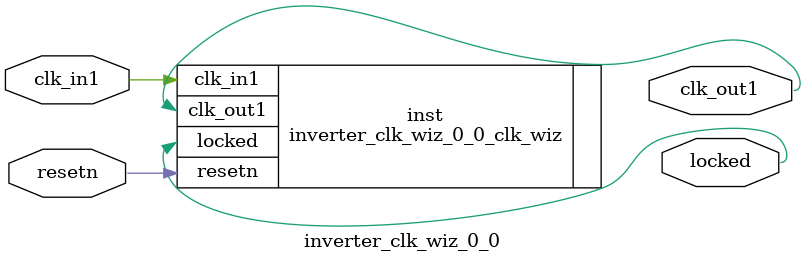
<source format=v>


`timescale 1ps/1ps

(* CORE_GENERATION_INFO = "inverter_clk_wiz_0_0,clk_wiz_v6_0_9_0_0,{component_name=inverter_clk_wiz_0_0,use_phase_alignment=true,use_min_o_jitter=true,use_max_i_jitter=false,use_dyn_phase_shift=false,use_inclk_switchover=false,use_dyn_reconfig=false,enable_axi=0,feedback_source=FDBK_AUTO,PRIMITIVE=MMCM,num_out_clk=1,clkin1_period=10.000,clkin2_period=10.000,use_power_down=false,use_reset=true,use_locked=true,use_inclk_stopped=false,feedback_type=SINGLE,CLOCK_MGR_TYPE=NA,manual_override=false}" *)

module inverter_clk_wiz_0_0 
 (
  // Clock out ports
  output        clk_out1,
  // Status and control signals
  input         resetn,
  output        locked,
 // Clock in ports
  input         clk_in1
 );

  inverter_clk_wiz_0_0_clk_wiz inst
  (
  // Clock out ports  
  .clk_out1(clk_out1),
  // Status and control signals               
  .resetn(resetn), 
  .locked(locked),
 // Clock in ports
  .clk_in1(clk_in1)
  );

endmodule

</source>
